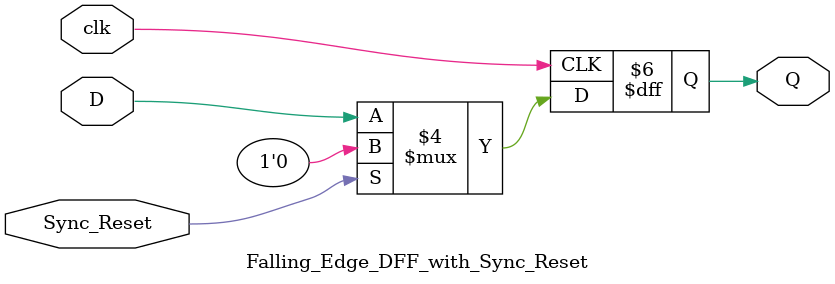
<source format=v>
module Falling_Edge_DFF_with_Sync_Reset(
	input D,
	input clk,
	input Sync_Reset,
	output reg Q
);

always @(negedge clk)
begin

	if(Sync_Reset == 1'b1)
		
		Q <= 1'b0;
	
	else
	
		Q <= D;
	
end

endmodule
</source>
